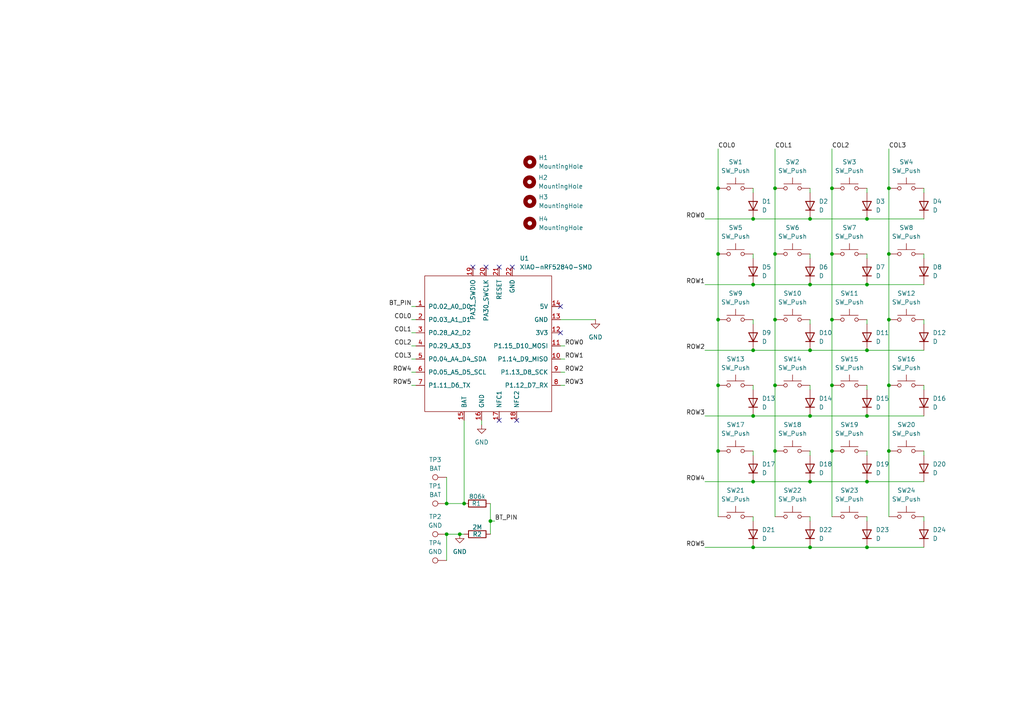
<source format=kicad_sch>
(kicad_sch (version 20250114) (generator "eeschema") (generator_version "9.0")
  (paper "A4")
  (lib_symbols
    (symbol "Connector:TestPoint" (pin_numbers (hide yes)) (pin_names (offset 0.762) (hide yes))
      (property "Reference" "TP" (at 0 6.858 0))
      (property "Value" "TestPoint" (at 0 5.08 0))
      (symbol "TestPoint_0_1"
        (circle (center 0 3.302) (radius 0.762))
      )
      (symbol "TestPoint_1_1"
        (pin passive line (at 0 0 90) (length 2.54) (name "1") (number "1"))
      )
    )
    (symbol "Device:D" (pin_numbers (hide yes)) (pin_names (offset 1.016) (hide yes))
      (property "Reference" "D" (at 0 2.54 0))
      (property "Value" "D" (at 0 -2.54 0))
      (symbol "D_0_1"
        (polyline (pts (xy -1.27 1.27) (xy -1.27 -1.27)) (stroke (width 0.254)))
        (polyline (pts (xy 1.27 1.27) (xy 1.27 -1.27) (xy -1.27 0) (xy 1.27 1.27)) (stroke (width 0.254)))
        (polyline (pts (xy 1.27 0) (xy -1.27 0)))
      )
      (symbol "D_1_1"
        (pin passive line (at -3.81 0 0) (length 2.54) (name "K") (number "1"))
        (pin passive line (at 3.81 0 180) (length 2.54) (name "A") (number "2"))
      )
    )
    (symbol "Device:R" (pin_numbers (hide yes)) (pin_names (offset 0))
      (property "Reference" "R" (at 2.032 0 90))
      (property "Value" "R" (at 0 0 90))
      (symbol "R_0_1"
        (rectangle (start -1.016 -2.54) (end 1.016 2.54) (stroke (width 0.254)))
      )
      (symbol "R_1_1"
        (pin passive line (at 0 3.81 270) (length 1.27) (name "~") (number "1"))
        (pin passive line (at 0 -3.81 90) (length 1.27) (name "~") (number "2"))
      )
    )
    (symbol "Mechanical:MountingHole" (pin_names (offset 1.016)) (in_bom no)
      (property "Reference" "H" (at 0 5.08 0))
      (property "Value" "MountingHole" (at 0 3.175 0))
      (symbol "MountingHole_0_1"
        (circle (center 0 0) (radius 1.27) (stroke (width 1.27)))
      )
    )
    (symbol "Switch:SW_Push" (pin_numbers (hide yes)) (pin_names (offset 1.016) (hide yes))
      (property "Reference" "SW" (at 1.27 2.54 0))
      (property "Value" "SW_Push" (at 0 -1.524 0))
      (symbol "SW_Push_0_1"
        (circle (center -2.032 0) (radius 0.508))
        (polyline (pts (xy 0 1.27) (xy 0 3.048)))
        (circle (center 2.032 0) (radius 0.508))
        (polyline (pts (xy 2.54 1.27) (xy -2.54 1.27)))
        (pin passive line (at -5.08 0 0) (length 2.54) (name "1") (number "1"))
        (pin passive line (at 5.08 0 180) (length 2.54) (name "2") (number "2"))
      )
    )
    (symbol "XIAO:XIAO-nRF52840-SMD" (pin_names (offset 1.016))
      (property "Reference" "U" (at -18.542 23.114 0))
      (property "Value" "XIAO-nRF52840-SMD" (at -8.636 21.336 0))
      (symbol "XIAO-nRF52840-SMD_0_1"
        (rectangle (start -19.05 20.32) (end 17.78 -19.05))
      )
      (symbol "XIAO-nRF52840-SMD_1_1"
        (pin passive line (at -21.59 11.43 0) (length 2.54) (name "P0.02_A0_D0") (number "1"))
        (pin passive line (at -21.59 7.62 0) (length 2.54) (name "P0.03_A1_D1") (number "2"))
        (pin passive line (at -21.59 3.81 0) (length 2.54) (name "P0.28_A2_D2") (number "3"))
        (pin passive line (at -21.59 0 0) (length 2.54) (name "P0.29_A3_D3") (number "4"))
        (pin passive line (at -21.59 -3.81 0) (length 2.54) (name "P0.04_A4_D4_SDA") (number "5"))
        (pin passive line (at -21.59 -7.62 0) (length 2.54) (name "P0.05_A5_D5_SCL") (number "6"))
        (pin passive line (at -21.59 -11.43 0) (length 2.54) (name "P1.11_D6_TX") (number "7"))
        (pin passive line (at -7.62 -21.59 90) (length 2.54) (name "BAT") (number "15"))
        (pin passive line (at -5.08 22.86 270) (length 2.54) (name "PA31_SWDIO") (number "19"))
        (pin passive line (at -2.54 -21.59 90) (length 2.54) (name "GND") (number "16"))
        (pin passive line (at -1.27 22.86 270) (length 2.54) (name "PA30_SWCLK") (number "20"))
        (pin passive line (at 2.54 22.86 270) (length 2.54) (name "RESET") (number "21"))
        (pin passive line (at 2.54 -21.59 90) (length 2.54) (name "NFC1") (number "17"))
        (pin passive line (at 6.35 22.86 270) (length 2.54) (name "GND") (number "22"))
        (pin passive line (at 7.62 -21.59 90) (length 2.54) (name "NFC2") (number "18"))
        (pin passive line (at 20.32 11.43 180) (length 2.54) (name "5V") (number "14"))
        (pin passive line (at 20.32 7.62 180) (length 2.54) (name "GND") (number "13"))
        (pin passive line (at 20.32 3.81 180) (length 2.54) (name "3V3") (number "12"))
        (pin passive line (at 20.32 0 180) (length 2.54) (name "P1.15_D10_MOSI") (number "11"))
        (pin passive line (at 20.32 -3.81 180) (length 2.54) (name "P1.14_D9_MISO") (number "10"))
        (pin passive line (at 20.32 -7.62 180) (length 2.54) (name "P1.13_D8_SCK") (number "9"))
        (pin passive line (at 20.32 -11.43 180) (length 2.54) (name "P1.12_D7_RX") (number "8"))
      )
    )
    (symbol "power:GND" (power) (pin_numbers (hide yes)) (pin_names (offset 0) (hide yes))
      (property "Value" "GND" (at 0 -3.81 0))
      (symbol "GND_0_1"
        (polyline (pts (xy 0 0) (xy 0 -1.27) (xy 1.27 -1.27) (xy 0 -2.54) (xy -1.27 -1.27) (xy 0 -1.27)))
      )
      (symbol "GND_1_1"
        (pin power_in line (at 0 0 270) (length 0) (name "~") (number "1"))
      )
    )
  )
  (junction (at 241.3 92.71))
  (junction (at 241.3 111.76))
  (junction (at 251.46 139.7))
  (junction (at 224.79 130.81))
  (junction (at 234.95 120.65))
  (junction (at 224.79 111.76))
  (junction (at 251.46 158.75))
  (junction (at 241.3 73.66))
  (junction (at 234.95 101.6))
  (junction (at 218.44 101.6))
  (junction (at 218.44 139.7))
  (junction (at 251.46 82.55))
  (junction (at 224.79 73.66))
  (junction (at 218.44 63.5))
  (junction (at 224.79 92.71))
  (junction (at 218.44 82.55))
  (junction (at 234.95 139.7))
  (junction (at 129.54 146.05))
  (junction (at 251.46 120.65))
  (junction (at 218.44 158.75))
  (junction (at 218.44 120.65))
  (junction (at 142.24 151.13))
  (junction (at 134.62 146.05))
  (junction (at 234.95 158.75))
  (junction (at 257.81 54.61))
  (junction (at 251.46 101.6))
  (junction (at 208.28 130.81))
  (junction (at 208.28 73.66))
  (junction (at 251.46 63.5))
  (junction (at 241.3 54.61))
  (junction (at 257.81 111.76))
  (junction (at 208.28 92.71))
  (junction (at 234.95 82.55))
  (junction (at 241.3 130.81))
  (junction (at 208.28 54.61))
  (junction (at 234.95 63.5))
  (junction (at 257.81 130.81))
  (junction (at 224.79 54.61))
  (junction (at 133.35 154.94))
  (junction (at 208.28 111.76))
  (junction (at 129.54 154.94))
  (junction (at 257.81 92.71))
  (junction (at 257.81 73.66))
  (no_connect (at 144.78 121.92))
  (no_connect (at 162.56 88.9))
  (no_connect (at 140.97 77.47))
  (no_connect (at 162.56 96.52))
  (no_connect (at 148.59 77.47))
  (no_connect (at 149.86 121.92))
  (no_connect (at 144.78 77.47))
  (no_connect (at 137.16 77.47))
  (wire (pts (xy 267.97 54.61) (xy 267.97 55.88)))
  (wire (pts (xy 204.47 139.7) (xy 218.44 139.7)))
  (wire (pts (xy 208.28 43.18) (xy 208.28 54.61)))
  (wire (pts (xy 251.46 82.55) (xy 267.97 82.55)))
  (wire (pts (xy 234.95 130.81) (xy 234.95 132.08)))
  (wire (pts (xy 251.46 111.76) (xy 251.46 113.03)))
  (wire (pts (xy 163.83 104.14) (xy 162.56 104.14)))
  (wire (pts (xy 129.54 154.94) (xy 129.54 162.56)))
  (wire (pts (xy 224.79 54.61) (xy 224.79 73.66)))
  (wire (pts (xy 208.28 54.61) (xy 208.28 73.66)))
  (wire (pts (xy 251.46 158.75) (xy 267.97 158.75)))
  (wire (pts (xy 119.38 104.14) (xy 120.65 104.14)))
  (wire (pts (xy 241.3 111.76) (xy 241.3 130.81)))
  (wire (pts (xy 119.38 107.95) (xy 120.65 107.95)))
  (wire (pts (xy 234.95 92.71) (xy 234.95 93.98)))
  (wire (pts (xy 129.54 146.05) (xy 134.62 146.05)))
  (wire (pts (xy 241.3 73.66) (xy 241.3 92.71)))
  (wire (pts (xy 208.28 73.66) (xy 208.28 92.71)))
  (wire (pts (xy 162.56 92.71) (xy 172.72 92.71)))
  (wire (pts (xy 204.47 158.75) (xy 218.44 158.75)))
  (wire (pts (xy 208.28 130.81) (xy 208.28 149.86)))
  (wire (pts (xy 204.47 101.6) (xy 218.44 101.6)))
  (wire (pts (xy 267.97 130.81) (xy 267.97 132.08)))
  (wire (pts (xy 142.24 151.13) (xy 142.24 154.94)))
  (wire (pts (xy 234.95 101.6) (xy 251.46 101.6)))
  (wire (pts (xy 234.95 158.75) (xy 251.46 158.75)))
  (wire (pts (xy 224.79 43.18) (xy 224.79 54.61)))
  (wire (pts (xy 257.81 130.81) (xy 257.81 149.86)))
  (wire (pts (xy 224.79 111.76) (xy 224.79 130.81)))
  (wire (pts (xy 163.83 107.95) (xy 162.56 107.95)))
  (wire (pts (xy 257.81 54.61) (xy 257.81 73.66)))
  (wire (pts (xy 224.79 92.71) (xy 224.79 111.76)))
  (wire (pts (xy 234.95 149.86) (xy 234.95 151.13)))
  (wire (pts (xy 251.46 149.86) (xy 251.46 151.13)))
  (wire (pts (xy 218.44 92.71) (xy 218.44 93.98)))
  (wire (pts (xy 163.83 100.33) (xy 162.56 100.33)))
  (wire (pts (xy 257.81 92.71) (xy 257.81 111.76)))
  (wire (pts (xy 234.95 111.76) (xy 234.95 113.03)))
  (wire (pts (xy 204.47 120.65) (xy 218.44 120.65)))
  (wire (pts (xy 251.46 120.65) (xy 267.97 120.65)))
  (wire (pts (xy 208.28 92.71) (xy 208.28 111.76)))
  (wire (pts (xy 234.95 54.61) (xy 234.95 55.88)))
  (wire (pts (xy 208.28 111.76) (xy 208.28 130.81)))
  (wire (pts (xy 134.62 146.05) (xy 134.62 121.92)))
  (wire (pts (xy 267.97 149.86) (xy 267.97 151.13)))
  (wire (pts (xy 251.46 139.7) (xy 267.97 139.7)))
  (wire (pts (xy 139.7 121.92) (xy 139.7 123.19)))
  (wire (pts (xy 241.3 54.61) (xy 241.3 73.66)))
  (wire (pts (xy 224.79 130.81) (xy 224.79 149.86)))
  (wire (pts (xy 251.46 63.5) (xy 267.97 63.5)))
  (wire (pts (xy 218.44 63.5) (xy 234.95 63.5)))
  (wire (pts (xy 129.54 138.43) (xy 129.54 146.05)))
  (wire (pts (xy 267.97 92.71) (xy 267.97 93.98)))
  (wire (pts (xy 241.3 92.71) (xy 241.3 111.76)))
  (wire (pts (xy 267.97 111.76) (xy 267.97 113.03)))
  (wire (pts (xy 204.47 82.55) (xy 218.44 82.55)))
  (wire (pts (xy 224.79 73.66) (xy 224.79 92.71)))
  (wire (pts (xy 257.81 43.18) (xy 257.81 54.61)))
  (wire (pts (xy 163.83 111.76) (xy 162.56 111.76)))
  (wire (pts (xy 218.44 130.81) (xy 218.44 132.08)))
  (wire (pts (xy 234.95 120.65) (xy 251.46 120.65)))
  (wire (pts (xy 234.95 139.7) (xy 251.46 139.7)))
  (wire (pts (xy 257.81 111.76) (xy 257.81 130.81)))
  (wire (pts (xy 218.44 73.66) (xy 218.44 74.93)))
  (wire (pts (xy 218.44 111.76) (xy 218.44 113.03)))
  (wire (pts (xy 119.38 100.33) (xy 120.65 100.33)))
  (wire (pts (xy 119.38 96.52) (xy 120.65 96.52)))
  (wire (pts (xy 204.47 63.5) (xy 218.44 63.5)))
  (wire (pts (xy 218.44 139.7) (xy 234.95 139.7)))
  (wire (pts (xy 251.46 73.66) (xy 251.46 74.93)))
  (wire (pts (xy 251.46 130.81) (xy 251.46 132.08)))
  (wire (pts (xy 257.81 73.66) (xy 257.81 92.71)))
  (wire (pts (xy 234.95 82.55) (xy 251.46 82.55)))
  (wire (pts (xy 241.3 43.18) (xy 241.3 54.61)))
  (wire (pts (xy 142.24 151.13) (xy 143.51 151.13)))
  (wire (pts (xy 234.95 73.66) (xy 234.95 74.93)))
  (wire (pts (xy 142.24 146.05) (xy 142.24 151.13)))
  (wire (pts (xy 129.54 154.94) (xy 133.35 154.94)))
  (wire (pts (xy 218.44 149.86) (xy 218.44 151.13)))
  (wire (pts (xy 119.38 88.9) (xy 120.65 88.9)))
  (wire (pts (xy 251.46 54.61) (xy 251.46 55.88)))
  (wire (pts (xy 218.44 101.6) (xy 234.95 101.6)))
  (wire (pts (xy 218.44 158.75) (xy 234.95 158.75)))
  (wire (pts (xy 119.38 92.71) (xy 120.65 92.71)))
  (wire (pts (xy 218.44 82.55) (xy 234.95 82.55)))
  (wire (pts (xy 234.95 63.5) (xy 251.46 63.5)))
  (wire (pts (xy 251.46 101.6) (xy 267.97 101.6)))
  (wire (pts (xy 133.35 154.94) (xy 134.62 154.94)))
  (wire (pts (xy 218.44 120.65) (xy 234.95 120.65)))
  (wire (pts (xy 267.97 73.66) (xy 267.97 74.93)))
  (wire (pts (xy 119.38 111.76) (xy 120.65 111.76)))
  (wire (pts (xy 218.44 54.61) (xy 218.44 55.88)))
  (wire (pts (xy 251.46 92.71) (xy 251.46 93.98)))
  (wire (pts (xy 241.3 130.81) (xy 241.3 149.86)))
  (label "COL1" (at 224.79 43.18 0))
  (label "ROW5" (at 204.47 158.75 180))
  (label "ROW0" (at 204.47 63.5 180))
  (label "ROW2" (at 163.83 107.95 0))
  (label "COL2" (at 119.38 100.33 180))
  (label "COL3" (at 257.81 43.18 0))
  (label "ROW1" (at 163.83 104.14 0))
  (label "COL3" (at 119.38 104.14 180))
  (label "ROW1" (at 204.47 82.55 180))
  (label "ROW3" (at 163.83 111.76 0))
  (label "COL1" (at 119.38 96.52 180))
  (label "ROW5" (at 119.38 111.76 180))
  (label "COL2" (at 241.3 43.18 0))
  (label "ROW2" (at 204.47 101.6 180))
  (label "COL0" (at 119.38 92.71 180))
  (label "ROW4" (at 204.47 139.7 180))
  (label "ROW4" (at 119.38 107.95 180))
  (label "ROW0" (at 163.83 100.33 0))
  (label "ROW3" (at 204.47 120.65 180))
  (label "BT_PIN" (at 119.38 88.9 180))
  (label "BT_PIN" (at 143.51 151.13 0))
  (label "COL0" (at 208.28 43.18 0))
  (symbol (lib_id "Switch:SW_Push") (at 246.38 73.66 0) (unit 1)
    (property "Reference" "SW7" (at 246.38 66.04 0))
    (property "Value" "SW_Push" (at 246.38 68.58 0))
    (property "Footprint" "PCM_marbastlib-mx:SW_MX_1u" (effects (hide yes)))
    (property "Description" "Push button switch, generic, two pins" (effects (hide yes)))
  )
  (symbol (lib_id "Switch:SW_Push") (at 229.87 92.71 0) (unit 1)
    (property "Reference" "SW10" (at 229.87 85.09 0))
    (property "Value" "SW_Push" (at 229.87 87.63 0))
    (property "Footprint" "PCM_marbastlib-mx:SW_MX_1u" (effects (hide yes)))
    (property "Description" "Push button switch, generic, two pins" (effects (hide yes)))
  )
  (symbol (lib_id "Device:D") (at 251.46 116.84 90) (unit 1)
    (property "Reference" "D15" (at 254 115.5699 90) (effects (justify right)))
    (property "Value" "D" (at 254 118.1099 90) (effects (justify right)))
    (property "Footprint" "Diode_SMD:D_SOD-123" (effects (hide yes)))
    (property "Description" "Diode" (effects (hide yes)))
    (property "Sim.Device" "D" (effects (hide yes)))
    (property "Sim.Pins" "1=K 2=A" (effects (hide yes)))
  )
  (symbol (lib_id "Device:D") (at 267.97 78.74 90) (unit 1)
    (property "Reference" "D8" (at 270.51 77.4699 90) (effects (justify right)))
    (property "Value" "D" (at 270.51 80.0099 90) (effects (justify right)))
    (property "Footprint" "Diode_SMD:D_SOD-123" (effects (hide yes)))
    (property "Description" "Diode" (effects (hide yes)))
    (property "Sim.Device" "D" (effects (hide yes)))
    (property "Sim.Pins" "1=K 2=A" (effects (hide yes)))
  )
  (symbol (lib_id "Switch:SW_Push") (at 213.36 54.61 0) (unit 1)
    (property "Reference" "SW1" (at 213.36 46.99 0))
    (property "Value" "SW_Push" (at 213.36 49.53 0))
    (property "Footprint" "PCM_marbastlib-mx:SW_MX_1u" (effects (hide yes)))
    (property "Description" "Push button switch, generic, two pins" (effects (hide yes)))
  )
  (symbol (lib_id "Device:D") (at 267.97 154.94 90) (unit 1)
    (property "Reference" "D24" (at 270.51 153.6699 90) (effects (justify right)))
    (property "Value" "D" (at 270.51 156.2099 90) (effects (justify right)))
    (property "Footprint" "Diode_SMD:D_SOD-123" (effects (hide yes)))
    (property "Description" "Diode" (effects (hide yes)))
    (property "Sim.Device" "D" (effects (hide yes)))
    (property "Sim.Pins" "1=K 2=A" (effects (hide yes)))
  )
  (symbol (lib_id "Switch:SW_Push") (at 262.89 73.66 0) (unit 1)
    (property "Reference" "SW8" (at 262.89 66.04 0))
    (property "Value" "SW_Push" (at 262.89 68.58 0))
    (property "Footprint" "PCM_marbastlib-mx:SW_MX_1u" (effects (hide yes)))
    (property "Description" "Push button switch, generic, two pins" (effects (hide yes)))
  )
  (symbol (lib_id "power:GND") (at 133.35 154.94 0) (unit 1)
    (property "Reference" "#PWR03" (effects (hide yes)))
    (property "Value" "GND" (at 133.35 160.02 0))
    (property "Description" "Power symbol creates a global label with name \"GND\" , ground" (effects (hide yes)))
  )
  (symbol (lib_id "Switch:SW_Push") (at 229.87 54.61 0) (unit 1)
    (property "Reference" "SW2" (at 229.87 46.99 0))
    (property "Value" "SW_Push" (at 229.87 49.53 0))
    (property "Footprint" "PCM_marbastlib-mx:SW_MX_1u" (effects (hide yes)))
    (property "Description" "Push button switch, generic, two pins" (effects (hide yes)))
  )
  (symbol (lib_id "Switch:SW_Push") (at 262.89 92.71 0) (unit 1)
    (property "Reference" "SW12" (at 262.89 85.09 0))
    (property "Value" "SW_Push" (at 262.89 87.63 0))
    (property "Footprint" "PCM_marbastlib-mx:SW_MX_1u" (effects (hide yes)))
    (property "Description" "Push button switch, generic, two pins" (effects (hide yes)))
  )
  (symbol (lib_id "Device:D") (at 267.97 97.79 90) (unit 1)
    (property "Reference" "D12" (at 270.51 96.5199 90) (effects (justify right)))
    (property "Value" "D" (at 270.51 99.0599 90) (effects (justify right)))
    (property "Footprint" "Diode_SMD:D_SOD-123" (effects (hide yes)))
    (property "Description" "Diode" (effects (hide yes)))
    (property "Sim.Device" "D" (effects (hide yes)))
    (property "Sim.Pins" "1=K 2=A" (effects (hide yes)))
  )
  (symbol (lib_id "Device:D") (at 251.46 135.89 90) (unit 1)
    (property "Reference" "D19" (at 254 134.6199 90) (effects (justify right)))
    (property "Value" "D" (at 254 137.1599 90) (effects (justify right)))
    (property "Footprint" "Diode_SMD:D_SOD-123" (effects (hide yes)))
    (property "Description" "Diode" (effects (hide yes)))
    (property "Sim.Device" "D" (effects (hide yes)))
    (property "Sim.Pins" "1=K 2=A" (effects (hide yes)))
  )
  (symbol (lib_id "Switch:SW_Push") (at 262.89 149.86 0) (unit 1)
    (property "Reference" "SW24" (at 262.89 142.24 0))
    (property "Value" "SW_Push" (at 262.89 144.78 0))
    (property "Footprint" "PCM_marbastlib-mx:SW_MX_1u" (effects (hide yes)))
    (property "Description" "Push button switch, generic, two pins" (effects (hide yes)))
  )
  (symbol (lib_id "Switch:SW_Push") (at 213.36 92.71 0) (unit 1)
    (property "Reference" "SW9" (at 213.36 85.09 0))
    (property "Value" "SW_Push" (at 213.36 87.63 0))
    (property "Footprint" "PCM_marbastlib-mx:SW_MX_1u" (effects (hide yes)))
    (property "Description" "Push button switch, generic, two pins" (effects (hide yes)))
  )
  (symbol (lib_id "Device:D") (at 218.44 78.74 90) (unit 1)
    (property "Reference" "D5" (at 220.98 77.4699 90) (effects (justify right)))
    (property "Value" "D" (at 220.98 80.0099 90) (effects (justify right)))
    (property "Footprint" "Diode_SMD:D_SOD-123" (effects (hide yes)))
    (property "Description" "Diode" (effects (hide yes)))
    (property "Sim.Device" "D" (effects (hide yes)))
    (property "Sim.Pins" "1=K 2=A" (effects (hide yes)))
  )
  (symbol (lib_id "Device:D") (at 234.95 116.84 90) (unit 1)
    (property "Reference" "D14" (at 237.49 115.5699 90) (effects (justify right)))
    (property "Value" "D" (at 237.49 118.1099 90) (effects (justify right)))
    (property "Footprint" "Diode_SMD:D_SOD-123" (effects (hide yes)))
    (property "Description" "Diode" (effects (hide yes)))
    (property "Sim.Device" "D" (effects (hide yes)))
    (property "Sim.Pins" "1=K 2=A" (effects (hide yes)))
  )
  (symbol (lib_id "Device:R") (at 138.43 146.05 90) (unit 1)
    (property "Reference" "R1" (at 138.176 146.05 90))
    (property "Value" "806k" (at 138.43 144.018 90))
    (property "Footprint" "Resistor_SMD:R_0805_2012Metric" (effects (hide yes)))
    (property "Description" "Resistor" (effects (hide yes)))
  )
  (symbol (lib_id "Switch:SW_Push") (at 229.87 73.66 0) (unit 1)
    (property "Reference" "SW6" (at 229.87 66.04 0))
    (property "Value" "SW_Push" (at 229.87 68.58 0))
    (property "Footprint" "PCM_marbastlib-mx:SW_MX_1u" (effects (hide yes)))
    (property "Description" "Push button switch, generic, two pins" (effects (hide yes)))
  )
  (symbol (lib_id "Switch:SW_Push") (at 246.38 130.81 0) (unit 1)
    (property "Reference" "SW19" (at 246.38 123.19 0))
    (property "Value" "SW_Push" (at 246.38 125.73 0))
    (property "Footprint" "PCM_marbastlib-mx:SW_MX_1u" (effects (hide yes)))
    (property "Description" "Push button switch, generic, two pins" (effects (hide yes)))
  )
  (symbol (lib_id "Switch:SW_Push") (at 246.38 54.61 0) (unit 1)
    (property "Reference" "SW3" (at 246.38 46.99 0))
    (property "Value" "SW_Push" (at 246.38 49.53 0))
    (property "Footprint" "PCM_marbastlib-mx:SW_MX_1u" (effects (hide yes)))
    (property "Description" "Push button switch, generic, two pins" (effects (hide yes)))
  )
  (symbol (lib_id "Mechanical:MountingHole") (at 153.67 64.77 0) (unit 1) (in_bom no)
    (property "Reference" "H4" (at 156.21 63.4999 0) (effects (justify left)))
    (property "Value" "MountingHole" (at 156.21 66.0399 0) (effects (justify left)))
    (property "Footprint" "MountingHole:MountingHole_4mm" (effects (hide yes)))
    (property "Description" "Mounting Hole without connection" (effects (hide yes)))
  )
  (symbol (lib_id "Switch:SW_Push") (at 213.36 130.81 0) (unit 1)
    (property "Reference" "SW17" (at 213.36 123.19 0))
    (property "Value" "SW_Push" (at 213.36 125.73 0))
    (property "Footprint" "PCM_marbastlib-mx:SW_MX_1u" (effects (hide yes)))
    (property "Description" "Push button switch, generic, two pins" (effects (hide yes)))
  )
  (symbol (lib_id "Device:D") (at 251.46 97.79 90) (unit 1)
    (property "Reference" "D11" (at 254 96.5199 90) (effects (justify right)))
    (property "Value" "D" (at 254 99.0599 90) (effects (justify right)))
    (property "Footprint" "Diode_SMD:D_SOD-123" (effects (hide yes)))
    (property "Description" "Diode" (effects (hide yes)))
    (property "Sim.Device" "D" (effects (hide yes)))
    (property "Sim.Pins" "1=K 2=A" (effects (hide yes)))
  )
  (symbol (lib_id "Device:D") (at 218.44 116.84 90) (unit 1)
    (property "Reference" "D13" (at 220.98 115.5699 90) (effects (justify right)))
    (property "Value" "D" (at 220.98 118.1099 90) (effects (justify right)))
    (property "Footprint" "Diode_SMD:D_SOD-123" (effects (hide yes)))
    (property "Description" "Diode" (effects (hide yes)))
    (property "Sim.Device" "D" (effects (hide yes)))
    (property "Sim.Pins" "1=K 2=A" (effects (hide yes)))
  )
  (symbol (lib_id "Device:D") (at 267.97 59.69 90) (unit 1)
    (property "Reference" "D4" (at 270.51 58.4199 90) (effects (justify right)))
    (property "Value" "D" (at 270.51 60.9599 90) (effects (justify right)))
    (property "Footprint" "Diode_SMD:D_SOD-123" (effects (hide yes)))
    (property "Description" "Diode" (effects (hide yes)))
    (property "Sim.Device" "D" (effects (hide yes)))
    (property "Sim.Pins" "1=K 2=A" (effects (hide yes)))
  )
  (symbol (lib_id "power:GND") (at 139.7 123.19 0) (unit 1)
    (property "Reference" "#PWR01" (effects (hide yes)))
    (property "Value" "GND" (at 139.7 128.27 0))
    (property "Description" "Power symbol creates a global label with name \"GND\" , ground" (effects (hide yes)))
  )
  (symbol (lib_id "Mechanical:MountingHole") (at 153.67 58.42 0) (unit 1) (in_bom no)
    (property "Reference" "H3" (at 156.21 57.1499 0) (effects (justify left)))
    (property "Value" "MountingHole" (at 156.21 59.6899 0) (effects (justify left)))
    (property "Footprint" "MountingHole:MountingHole_4mm" (effects (hide yes)))
    (property "Description" "Mounting Hole without connection" (effects (hide yes)))
  )
  (symbol (lib_id "Switch:SW_Push") (at 213.36 73.66 0) (unit 1)
    (property "Reference" "SW5" (at 213.36 66.04 0))
    (property "Value" "SW_Push" (at 213.36 68.58 0))
    (property "Footprint" "PCM_marbastlib-mx:SW_MX_1u" (effects (hide yes)))
    (property "Description" "Push button switch, generic, two pins" (effects (hide yes)))
  )
  (symbol (lib_id "Mechanical:MountingHole") (at 153.5818 52.7697 0) (unit 1) (in_bom no)
    (property "Reference" "H2" (at 156.1218 51.4996 0) (effects (justify left)))
    (property "Value" "MountingHole" (at 156.1218 54.0396 0) (effects (justify left)))
    (property "Footprint" "MountingHole:MountingHole_4mm" (effects (hide yes)))
    (property "Description" "Mounting Hole without connection" (effects (hide yes)))
  )
  (symbol (lib_id "Switch:SW_Push") (at 246.38 111.76 0) (unit 1)
    (property "Reference" "SW15" (at 246.38 104.14 0))
    (property "Value" "SW_Push" (at 246.38 106.68 0))
    (property "Footprint" "PCM_marbastlib-mx:SW_MX_1u" (effects (hide yes)))
    (property "Description" "Push button switch, generic, two pins" (effects (hide yes)))
  )
  (symbol (lib_id "Switch:SW_Push") (at 262.89 54.61 0) (unit 1)
    (property "Reference" "SW4" (at 262.89 46.99 0))
    (property "Value" "SW_Push" (at 262.89 49.53 0))
    (property "Footprint" "PCM_marbastlib-mx:SW_MX_1u" (effects (hide yes)))
    (property "Description" "Push button switch, generic, two pins" (effects (hide yes)))
  )
  (symbol (lib_id "power:GND") (at 172.72 92.71 0) (unit 1)
    (property "Reference" "#PWR02" (effects (hide yes)))
    (property "Value" "GND" (at 172.72 97.79 0))
    (property "Description" "Power symbol creates a global label with name \"GND\" , ground" (effects (hide yes)))
  )
  (symbol (lib_id "Device:D") (at 267.97 116.84 90) (unit 1)
    (property "Reference" "D16" (at 270.51 115.5699 90) (effects (justify right)))
    (property "Value" "D" (at 270.51 118.1099 90) (effects (justify right)))
    (property "Footprint" "Diode_SMD:D_SOD-123" (effects (hide yes)))
    (property "Description" "Diode" (effects (hide yes)))
    (property "Sim.Device" "D" (effects (hide yes)))
    (property "Sim.Pins" "1=K 2=A" (effects (hide yes)))
  )
  (symbol (lib_id "Connector:TestPoint") (at 129.54 138.43 90) (unit 1)
    (property "Reference" "TP3" (at 126.238 133.35 90))
    (property "Value" "BAT" (at 126.238 135.89 90))
    (property "Footprint" "TestPoint:TestPoint_Pad_D2.0mm" (effects (hide yes)))
    (property "Description" "test point" (effects (hide yes)))
  )
  (symbol (lib_id "Switch:SW_Push") (at 246.38 149.86 0) (unit 1)
    (property "Reference" "SW23" (at 246.38 142.24 0))
    (property "Value" "SW_Push" (at 246.38 144.78 0))
    (property "Footprint" "PCM_marbastlib-mx:SW_MX_1u" (effects (hide yes)))
    (property "Description" "Push button switch, generic, two pins" (effects (hide yes)))
  )
  (symbol (lib_id "Device:D") (at 234.95 97.79 90) (unit 1)
    (property "Reference" "D10" (at 237.49 96.5199 90) (effects (justify right)))
    (property "Value" "D" (at 237.49 99.0599 90) (effects (justify right)))
    (property "Footprint" "Diode_SMD:D_SOD-123" (effects (hide yes)))
    (property "Description" "Diode" (effects (hide yes)))
    (property "Sim.Device" "D" (effects (hide yes)))
    (property "Sim.Pins" "1=K 2=A" (effects (hide yes)))
  )
  (symbol (lib_id "Device:D") (at 251.46 59.69 90) (unit 1)
    (property "Reference" "D3" (at 254 58.4199 90) (effects (justify right)))
    (property "Value" "D" (at 254 60.9599 90) (effects (justify right)))
    (property "Footprint" "Diode_SMD:D_SOD-123" (effects (hide yes)))
    (property "Description" "Diode" (effects (hide yes)))
    (property "Sim.Device" "D" (effects (hide yes)))
    (property "Sim.Pins" "1=K 2=A" (effects (hide yes)))
  )
  (symbol (lib_id "Mechanical:MountingHole") (at 153.67 46.99 0) (unit 1) (in_bom no)
    (property "Reference" "H1" (at 156.21 45.7199 0) (effects (justify left)))
    (property "Value" "MountingHole" (at 156.21 48.2599 0) (effects (justify left)))
    (property "Footprint" "MountingHole:MountingHole_4mm" (effects (hide yes)))
    (property "Description" "Mounting Hole without connection" (effects (hide yes)))
  )
  (symbol (lib_id "Switch:SW_Push") (at 229.87 130.81 0) (unit 1)
    (property "Reference" "SW18" (at 229.87 123.19 0))
    (property "Value" "SW_Push" (at 229.87 125.73 0))
    (property "Footprint" "PCM_marbastlib-mx:SW_MX_1u" (effects (hide yes)))
    (property "Description" "Push button switch, generic, two pins" (effects (hide yes)))
  )
  (symbol (lib_id "Switch:SW_Push") (at 246.38 92.71 0) (unit 1)
    (property "Reference" "SW11" (at 246.38 85.09 0))
    (property "Value" "SW_Push" (at 246.38 87.63 0))
    (property "Footprint" "PCM_marbastlib-mx:SW_MX_1u" (effects (hide yes)))
    (property "Description" "Push button switch, generic, two pins" (effects (hide yes)))
  )
  (symbol (lib_id "Device:D") (at 218.44 135.89 90) (unit 1)
    (property "Reference" "D17" (at 220.98 134.6199 90) (effects (justify right)))
    (property "Value" "D" (at 220.98 137.1599 90) (effects (justify right)))
    (property "Footprint" "Diode_SMD:D_SOD-123" (effects (hide yes)))
    (property "Description" "Diode" (effects (hide yes)))
    (property "Sim.Device" "D" (effects (hide yes)))
    (property "Sim.Pins" "1=K 2=A" (effects (hide yes)))
  )
  (symbol (lib_id "Device:D") (at 218.44 154.94 90) (unit 1)
    (property "Reference" "D21" (at 220.98 153.6699 90) (effects (justify right)))
    (property "Value" "D" (at 220.98 156.2099 90) (effects (justify right)))
    (property "Footprint" "Diode_SMD:D_SOD-123" (effects (hide yes)))
    (property "Description" "Diode" (effects (hide yes)))
    (property "Sim.Device" "D" (effects (hide yes)))
    (property "Sim.Pins" "1=K 2=A" (effects (hide yes)))
  )
  (symbol (lib_id "Switch:SW_Push") (at 213.36 149.86 0) (unit 1)
    (property "Reference" "SW21" (at 213.36 142.24 0))
    (property "Value" "SW_Push" (at 213.36 144.78 0))
    (property "Footprint" "PCM_marbastlib-mx:SW_MX_1u" (effects (hide yes)))
    (property "Description" "Push button switch, generic, two pins" (effects (hide yes)))
  )
  (symbol (lib_id "Switch:SW_Push") (at 229.87 149.86 0) (unit 1)
    (property "Reference" "SW22" (at 229.87 142.24 0))
    (property "Value" "SW_Push" (at 229.87 144.78 0))
    (property "Footprint" "PCM_marbastlib-mx:SW_MX_1u" (effects (hide yes)))
    (property "Description" "Push button switch, generic, two pins" (effects (hide yes)))
  )
  (symbol (lib_id "Device:D") (at 234.95 154.94 90) (unit 1)
    (property "Reference" "D22" (at 237.49 153.6699 90) (effects (justify right)))
    (property "Value" "D" (at 237.49 156.2099 90) (effects (justify right)))
    (property "Footprint" "Diode_SMD:D_SOD-123" (effects (hide yes)))
    (property "Description" "Diode" (effects (hide yes)))
    (property "Sim.Device" "D" (effects (hide yes)))
    (property "Sim.Pins" "1=K 2=A" (effects (hide yes)))
  )
  (symbol (lib_id "Switch:SW_Push") (at 229.87 111.76 0) (unit 1)
    (property "Reference" "SW14" (at 229.87 104.14 0))
    (property "Value" "SW_Push" (at 229.87 106.68 0))
    (property "Footprint" "PCM_marbastlib-mx:SW_MX_1u" (effects (hide yes)))
    (property "Description" "Push button switch, generic, two pins" (effects (hide yes)))
  )
  (symbol (lib_id "Device:D") (at 267.97 135.89 90) (unit 1)
    (property "Reference" "D20" (at 270.51 134.6199 90) (effects (justify right)))
    (property "Value" "D" (at 270.51 137.1599 90) (effects (justify right)))
    (property "Footprint" "Diode_SMD:D_SOD-123" (effects (hide yes)))
    (property "Description" "Diode" (effects (hide yes)))
    (property "Sim.Device" "D" (effects (hide yes)))
    (property "Sim.Pins" "1=K 2=A" (effects (hide yes)))
  )
  (symbol (lib_id "XIAO:XIAO-nRF52840-SMD") (at 142.24 100.33 0) (unit 1)
    (property "Reference" "U1" (at 150.7333 74.93 0) (effects (justify left)))
    (property "Value" "XIAO-nRF52840-SMD" (at 150.7333 77.47 0) (effects (justify left)))
    (property "Footprint" "XIAO:modified-XIAO-nRF52840-SMD" (effects (hide yes)))
  )
  (symbol (lib_id "Switch:SW_Push") (at 213.36 111.76 0) (unit 1)
    (property "Reference" "SW13" (at 213.36 104.14 0))
    (property "Value" "SW_Push" (at 213.36 106.68 0))
    (property "Footprint" "PCM_marbastlib-mx:SW_MX_1u" (effects (hide yes)))
    (property "Description" "Push button switch, generic, two pins" (effects (hide yes)))
  )
  (symbol (lib_id "Device:D") (at 234.95 59.69 90) (unit 1)
    (property "Reference" "D2" (at 237.49 58.4199 90) (effects (justify right)))
    (property "Value" "D" (at 237.49 60.9599 90) (effects (justify right)))
    (property "Footprint" "Diode_SMD:D_SOD-123" (effects (hide yes)))
    (property "Description" "Diode" (effects (hide yes)))
    (property "Sim.Device" "D" (effects (hide yes)))
    (property "Sim.Pins" "1=K 2=A" (effects (hide yes)))
  )
  (symbol (lib_id "Device:D") (at 218.44 97.79 90) (unit 1)
    (property "Reference" "D9" (at 220.98 96.5199 90) (effects (justify right)))
    (property "Value" "D" (at 220.98 99.0599 90) (effects (justify right)))
    (property "Footprint" "Diode_SMD:D_SOD-123" (effects (hide yes)))
    (property "Description" "Diode" (effects (hide yes)))
    (property "Sim.Device" "D" (effects (hide yes)))
    (property "Sim.Pins" "1=K 2=A" (effects (hide yes)))
  )
  (symbol (lib_id "Device:D") (at 251.46 154.94 90) (unit 1)
    (property "Reference" "D23" (at 254 153.6699 90) (effects (justify right)))
    (property "Value" "D" (at 254 156.2099 90) (effects (justify right)))
    (property "Footprint" "Diode_SMD:D_SOD-123" (effects (hide yes)))
    (property "Description" "Diode" (effects (hide yes)))
    (property "Sim.Device" "D" (effects (hide yes)))
    (property "Sim.Pins" "1=K 2=A" (effects (hide yes)))
  )
  (symbol (lib_id "Connector:TestPoint") (at 129.54 146.05 90) (unit 1)
    (property "Reference" "TP1" (at 126.238 140.97 90))
    (property "Value" "BAT" (at 126.238 143.51 90))
    (property "Footprint" "TestPoint:TestPoint_Pad_D2.0mm" (effects (hide yes)))
    (property "Description" "test point" (effects (hide yes)))
  )
  (symbol (lib_id "Device:D") (at 234.95 135.89 90) (unit 1)
    (property "Reference" "D18" (at 237.49 134.6199 90) (effects (justify right)))
    (property "Value" "D" (at 237.49 137.1599 90) (effects (justify right)))
    (property "Footprint" "Diode_SMD:D_SOD-123" (effects (hide yes)))
    (property "Description" "Diode" (effects (hide yes)))
    (property "Sim.Device" "D" (effects (hide yes)))
    (property "Sim.Pins" "1=K 2=A" (effects (hide yes)))
  )
  (symbol (lib_id "Device:R") (at 138.43 154.94 90) (unit 1)
    (property "Reference" "R2" (at 138.43 154.94 90))
    (property "Value" "2M" (at 138.43 152.908 90))
    (property "Footprint" "Resistor_SMD:R_0805_2012Metric" (effects (hide yes)))
    (property "Description" "Resistor" (effects (hide yes)))
  )
  (symbol (lib_id "Connector:TestPoint") (at 129.54 154.94 90) (unit 1)
    (property "Reference" "TP2" (at 126.238 149.86 90))
    (property "Value" "GND" (at 126.238 152.4 90))
    (property "Footprint" "TestPoint:TestPoint_Pad_D2.0mm" (effects (hide yes)))
    (property "Description" "test point" (effects (hide yes)))
  )
  (symbol (lib_id "Device:D") (at 251.46 78.74 90) (unit 1)
    (property "Reference" "D7" (at 254 77.4699 90) (effects (justify right)))
    (property "Value" "D" (at 254 80.0099 90) (effects (justify right)))
    (property "Footprint" "Diode_SMD:D_SOD-123" (effects (hide yes)))
    (property "Description" "Diode" (effects (hide yes)))
    (property "Sim.Device" "D" (effects (hide yes)))
    (property "Sim.Pins" "1=K 2=A" (effects (hide yes)))
  )
  (symbol (lib_id "Connector:TestPoint") (at 129.54 162.56 90) (unit 1)
    (property "Reference" "TP4" (at 126.238 157.48 90))
    (property "Value" "GND" (at 126.238 160.02 90))
    (property "Footprint" "TestPoint:TestPoint_Pad_D2.0mm" (effects (hide yes)))
    (property "Description" "test point" (effects (hide yes)))
  )
  (symbol (lib_id "Device:D") (at 218.44 59.69 90) (unit 1)
    (property "Reference" "D1" (at 220.98 58.4199 90) (effects (justify right)))
    (property "Value" "D" (at 220.98 60.9599 90) (effects (justify right)))
    (property "Footprint" "Diode_SMD:D_SOD-123" (effects (hide yes)))
    (property "Description" "Diode" (effects (hide yes)))
    (property "Sim.Device" "D" (effects (hide yes)))
    (property "Sim.Pins" "1=K 2=A" (effects (hide yes)))
  )
  (symbol (lib_id "Switch:SW_Push") (at 262.89 130.81 0) (unit 1)
    (property "Reference" "SW20" (at 262.89 123.19 0))
    (property "Value" "SW_Push" (at 262.89 125.73 0))
    (property "Footprint" "PCM_marbastlib-mx:SW_MX_1u" (effects (hide yes)))
    (property "Description" "Push button switch, generic, two pins" (effects (hide yes)))
  )
  (symbol (lib_id "Switch:SW_Push") (at 262.89 111.76 0) (unit 1)
    (property "Reference" "SW16" (at 262.89 104.14 0))
    (property "Value" "SW_Push" (at 262.89 106.68 0))
    (property "Footprint" "PCM_marbastlib-mx:SW_MX_1u" (effects (hide yes)))
    (property "Description" "Push button switch, generic, two pins" (effects (hide yes)))
  )
  (symbol (lib_id "Device:D") (at 234.95 78.74 90) (unit 1)
    (property "Reference" "D6" (at 237.49 77.4699 90) (effects (justify right)))
    (property "Value" "D" (at 237.49 80.0099 90) (effects (justify right)))
    (property "Footprint" "Diode_SMD:D_SOD-123" (effects (hide yes)))
    (property "Description" "Diode" (effects (hide yes)))
    (property "Sim.Device" "D" (effects (hide yes)))
    (property "Sim.Pins" "1=K 2=A" (effects (hide yes)))
  )
)
</source>
